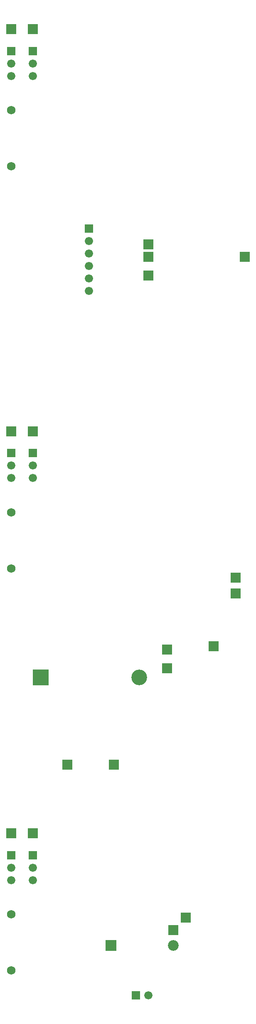
<source format=gbr>
G04 start of page 5 for group -4062 idx -4062
G04 Title: (unknown), soldermask *
G04 Creator: pcb-bin 20060822 *
G04 CreationDate: Mon Jun 16 01:23:04 2008 UTC *
G04 For: pete *
G04 Format: Gerber/RS-274X *
G04 PCB-Dimensions: 645000 1075000 *
G04 PCB-Coordinate-Origin: lower left *
%MOIN*%
%FSLAX24Y24*%
%LNBACKMASK*%
%ADD11R,0.0810X0.0810*%
%ADD12C,0.0660*%
%ADD13R,0.0660X0.0660*%
%ADD14C,0.1260*%
%ADD15R,0.1260X0.1260*%
%ADD16C,0.0680*%
%ADD17C,0.0860*%
%ADD18R,0.0860X0.0860*%
G54D11*%LNBACKMASK_D1*%
%LPD*%
X49000Y66250D03*
Y67750D03*
Y68750D03*
G54D12*X44250Y65000D03*
Y66000D03*
G54D11*X56750Y67750D03*
G54D12*X44250Y67000D03*
Y68000D03*
Y69000D03*
G54D13*Y70000D03*
G54D11*X56000Y42000D03*
X54250Y36500D03*
X46250Y27000D03*
X42500D03*
X56000Y40750D03*
X50500Y36250D03*
G54D14*X48261Y34000D03*
G54D11*X50500Y34750D03*
G54D15*X40387Y34000D03*
G54D16*X38000Y42750D03*
Y47250D03*
G54D12*Y50000D03*
X39750Y51000D03*
Y50000D03*
X38000Y51000D03*
G54D13*X39750Y52000D03*
G54D11*Y53750D03*
G54D13*X38000Y52000D03*
G54D11*Y53750D03*
G54D16*Y75000D03*
Y79500D03*
G54D12*X39750Y82250D03*
X38000D03*
X39750Y83250D03*
X38000D03*
G54D13*X39750Y84250D03*
X38000D03*
G54D11*X39750Y86000D03*
X38000D03*
G54D12*X49000Y8500D03*
G54D13*X48000D03*
G54D12*X39750Y17750D03*
Y18750D03*
G54D16*X38000Y10500D03*
G54D17*X51000Y12500D03*
G54D11*Y13750D03*
G54D18*X46000Y12500D03*
G54D11*X52000Y14750D03*
G54D16*X38000Y15000D03*
G54D13*X39750Y19750D03*
G54D11*Y21500D03*
G54D12*X38000Y18750D03*
G54D13*Y19750D03*
G54D12*Y17750D03*
G54D11*Y21500D03*
M02*

</source>
